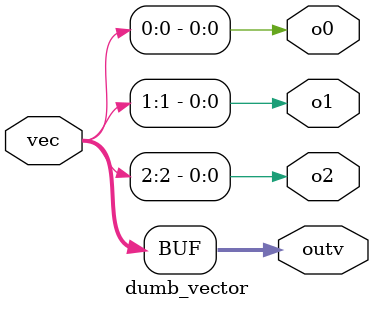
<source format=v>
module dumb_vector( 
    input wire [2:0] vec,
    output wire [2:0] outv,
    output wire o2,
    output wire o1,
    output wire o0  ); // Module body starts after module declaration
	assign outv = vec;
    assign o0   = vec[0];
    assign o1   = vec[1];
    assign o2	= vec[2];
endmodule

</source>
